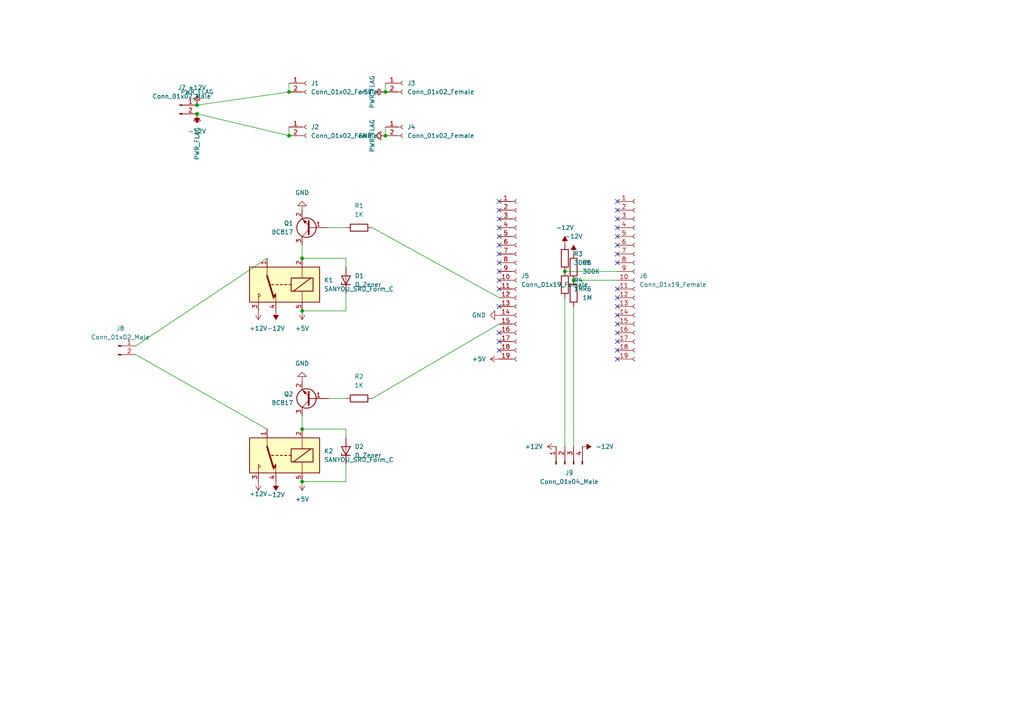
<source format=kicad_sch>
(kicad_sch (version 20211123) (generator eeschema)
  (paper "A4")
  (lib_symbols
    (symbol "Connector:Conn_01x02_Female" (pin_names (offset 1.016) hide)
      (property "Reference" "J" (at 0 2.54 0))
      (property "Value" "Conn_01x02_Female" (at 0 -5.08 0))
      (symbol "Conn_01x02_Female_1_1"
        (arc (start 0 -2.032) (mid -0.508 -2.54) (end 0 -3.048) (stroke (width 0.1524)))
        (polyline (pts (xy -1.27 -2.54) (xy -0.508 -2.54)) (stroke (width 0.1524)))
        (polyline (pts (xy -1.27 0) (xy -0.508 0)) (stroke (width 0.1524)))
        (arc (start 0 0.508) (mid -0.508 0) (end 0 -0.508) (stroke (width 0.1524)))
        (pin passive line (at -5.08 0 0) (length 3.81) (name "Pin_1") (number "1"))
        (pin passive line (at -5.08 -2.54 0) (length 3.81) (name "Pin_2") (number "2"))
      )
    )
    (symbol "Connector:Conn_01x02_Male" (pin_names (offset 1.016) hide)
      (property "Reference" "J" (at 0 2.54 0))
      (property "Value" "Conn_01x02_Male" (at 0 -5.08 0))
      (symbol "Conn_01x02_Male_1_1"
        (polyline (pts (xy 1.27 -2.54) (xy 0.8636 -2.54)) (stroke (width 0.1524)))
        (polyline (pts (xy 1.27 0) (xy 0.8636 0)) (stroke (width 0.1524)))
        (rectangle (start 0.8636 -2.413) (end 0 -2.667) (stroke (width 0.1524)) (fill (type outline)))
        (rectangle (start 0.8636 0.127) (end 0 -0.127) (stroke (width 0.1524)) (fill (type outline)))
        (pin passive line (at 5.08 0 180) (length 3.81) (name "Pin_1") (number "1"))
        (pin passive line (at 5.08 -2.54 180) (length 3.81) (name "Pin_2") (number "2"))
      )
    )
    (symbol "Connector:Conn_01x04_Male" (pin_names (offset 1.016) hide)
      (property "Reference" "J" (at 0 5.08 0))
      (property "Value" "Conn_01x04_Male" (at 0 -7.62 0))
      (symbol "Conn_01x04_Male_1_1"
        (polyline (pts (xy 1.27 -5.08) (xy 0.8636 -5.08)) (stroke (width 0.1524)))
        (polyline (pts (xy 1.27 -2.54) (xy 0.8636 -2.54)) (stroke (width 0.1524)))
        (polyline (pts (xy 1.27 0) (xy 0.8636 0)) (stroke (width 0.1524)))
        (polyline (pts (xy 1.27 2.54) (xy 0.8636 2.54)) (stroke (width 0.1524)))
        (rectangle (start 0.8636 -4.953) (end 0 -5.207) (stroke (width 0.1524)) (fill (type outline)))
        (rectangle (start 0.8636 -2.413) (end 0 -2.667) (stroke (width 0.1524)) (fill (type outline)))
        (rectangle (start 0.8636 0.127) (end 0 -0.127) (stroke (width 0.1524)) (fill (type outline)))
        (rectangle (start 0.8636 2.667) (end 0 2.413) (stroke (width 0.1524)) (fill (type outline)))
        (pin passive line (at 5.08 2.54 180) (length 3.81) (name "Pin_1") (number "1"))
        (pin passive line (at 5.08 0 180) (length 3.81) (name "Pin_2") (number "2"))
        (pin passive line (at 5.08 -2.54 180) (length 3.81) (name "Pin_3") (number "3"))
        (pin passive line (at 5.08 -5.08 180) (length 3.81) (name "Pin_4") (number "4"))
      )
    )
    (symbol "Connector:Conn_01x19_Female" (pin_names (offset 1.016) hide)
      (property "Reference" "J" (at 0 25.4 0))
      (property "Value" "Conn_01x19_Female" (at 0 -25.4 0))
      (symbol "Conn_01x19_Female_1_1"
        (arc (start 0 -22.352) (mid -0.508 -22.86) (end 0 -23.368) (stroke (width 0.1524)))
        (arc (start 0 -19.812) (mid -0.508 -20.32) (end 0 -20.828) (stroke (width 0.1524)))
        (arc (start 0 -17.272) (mid -0.508 -17.78) (end 0 -18.288) (stroke (width 0.1524)))
        (arc (start 0 -14.732) (mid -0.508 -15.24) (end 0 -15.748) (stroke (width 0.1524)))
        (arc (start 0 -12.192) (mid -0.508 -12.7) (end 0 -13.208) (stroke (width 0.1524)))
        (arc (start 0 -9.652) (mid -0.508 -10.16) (end 0 -10.668) (stroke (width 0.1524)))
        (arc (start 0 -7.112) (mid -0.508 -7.62) (end 0 -8.128) (stroke (width 0.1524)))
        (arc (start 0 -4.572) (mid -0.508 -5.08) (end 0 -5.588) (stroke (width 0.1524)))
        (arc (start 0 -2.032) (mid -0.508 -2.54) (end 0 -3.048) (stroke (width 0.1524)))
        (polyline (pts (xy -1.27 -22.86) (xy -0.508 -22.86)) (stroke (width 0.1524)))
        (polyline (pts (xy -1.27 -20.32) (xy -0.508 -20.32)) (stroke (width 0.1524)))
        (polyline (pts (xy -1.27 -17.78) (xy -0.508 -17.78)) (stroke (width 0.1524)))
        (polyline (pts (xy -1.27 -15.24) (xy -0.508 -15.24)) (stroke (width 0.1524)))
        (polyline (pts (xy -1.27 -12.7) (xy -0.508 -12.7)) (stroke (width 0.1524)))
        (polyline (pts (xy -1.27 -10.16) (xy -0.508 -10.16)) (stroke (width 0.1524)))
        (polyline (pts (xy -1.27 -7.62) (xy -0.508 -7.62)) (stroke (width 0.1524)))
        (polyline (pts (xy -1.27 -5.08) (xy -0.508 -5.08)) (stroke (width 0.1524)))
        (polyline (pts (xy -1.27 -2.54) (xy -0.508 -2.54)) (stroke (width 0.1524)))
        (polyline (pts (xy -1.27 0) (xy -0.508 0)) (stroke (width 0.1524)))
        (polyline (pts (xy -1.27 2.54) (xy -0.508 2.54)) (stroke (width 0.1524)))
        (polyline (pts (xy -1.27 5.08) (xy -0.508 5.08)) (stroke (width 0.1524)))
        (polyline (pts (xy -1.27 7.62) (xy -0.508 7.62)) (stroke (width 0.1524)))
        (polyline (pts (xy -1.27 10.16) (xy -0.508 10.16)) (stroke (width 0.1524)))
        (polyline (pts (xy -1.27 12.7) (xy -0.508 12.7)) (stroke (width 0.1524)))
        (polyline (pts (xy -1.27 15.24) (xy -0.508 15.24)) (stroke (width 0.1524)))
        (polyline (pts (xy -1.27 17.78) (xy -0.508 17.78)) (stroke (width 0.1524)))
        (polyline (pts (xy -1.27 20.32) (xy -0.508 20.32)) (stroke (width 0.1524)))
        (polyline (pts (xy -1.27 22.86) (xy -0.508 22.86)) (stroke (width 0.1524)))
        (arc (start 0 0.508) (mid -0.508 0) (end 0 -0.508) (stroke (width 0.1524)))
        (arc (start 0 3.048) (mid -0.508 2.54) (end 0 2.032) (stroke (width 0.1524)))
        (arc (start 0 5.588) (mid -0.508 5.08) (end 0 4.572) (stroke (width 0.1524)))
        (arc (start 0 8.128) (mid -0.508 7.62) (end 0 7.112) (stroke (width 0.1524)))
        (arc (start 0 10.668) (mid -0.508 10.16) (end 0 9.652) (stroke (width 0.1524)))
        (arc (start 0 13.208) (mid -0.508 12.7) (end 0 12.192) (stroke (width 0.1524)))
        (arc (start 0 15.748) (mid -0.508 15.24) (end 0 14.732) (stroke (width 0.1524)))
        (arc (start 0 18.288) (mid -0.508 17.78) (end 0 17.272) (stroke (width 0.1524)))
        (arc (start 0 20.828) (mid -0.508 20.32) (end 0 19.812) (stroke (width 0.1524)))
        (arc (start 0 23.368) (mid -0.508 22.86) (end 0 22.352) (stroke (width 0.1524)))
        (pin passive line (at -5.08 22.86 0) (length 3.81) (name "Pin_1") (number "1"))
        (pin passive line (at -5.08 0 0) (length 3.81) (name "Pin_10") (number "10"))
        (pin passive line (at -5.08 -2.54 0) (length 3.81) (name "Pin_11") (number "11"))
        (pin passive line (at -5.08 -5.08 0) (length 3.81) (name "Pin_12") (number "12"))
        (pin passive line (at -5.08 -7.62 0) (length 3.81) (name "Pin_13") (number "13"))
        (pin passive line (at -5.08 -10.16 0) (length 3.81) (name "Pin_14") (number "14"))
        (pin passive line (at -5.08 -12.7 0) (length 3.81) (name "Pin_15") (number "15"))
        (pin passive line (at -5.08 -15.24 0) (length 3.81) (name "Pin_16") (number "16"))
        (pin passive line (at -5.08 -17.78 0) (length 3.81) (name "Pin_17") (number "17"))
        (pin passive line (at -5.08 -20.32 0) (length 3.81) (name "Pin_18") (number "18"))
        (pin passive line (at -5.08 -22.86 0) (length 3.81) (name "Pin_19") (number "19"))
        (pin passive line (at -5.08 20.32 0) (length 3.81) (name "Pin_2") (number "2"))
        (pin passive line (at -5.08 17.78 0) (length 3.81) (name "Pin_3") (number "3"))
        (pin passive line (at -5.08 15.24 0) (length 3.81) (name "Pin_4") (number "4"))
        (pin passive line (at -5.08 12.7 0) (length 3.81) (name "Pin_5") (number "5"))
        (pin passive line (at -5.08 10.16 0) (length 3.81) (name "Pin_6") (number "6"))
        (pin passive line (at -5.08 7.62 0) (length 3.81) (name "Pin_7") (number "7"))
        (pin passive line (at -5.08 5.08 0) (length 3.81) (name "Pin_8") (number "8"))
        (pin passive line (at -5.08 2.54 0) (length 3.81) (name "Pin_9") (number "9"))
      )
    )
    (symbol "Device:D_Zener" (pin_numbers hide) (pin_names (offset 1.016) hide)
      (property "Reference" "D" (at 0 2.54 0))
      (property "Value" "D_Zener" (at 0 -2.54 0))
      (symbol "D_Zener_0_1"
        (polyline (pts (xy 1.27 0) (xy -1.27 0)))
        (polyline (pts (xy -1.27 -1.27) (xy -1.27 1.27) (xy -0.762 1.27)) (stroke (width 0.254)))
        (polyline (pts (xy 1.27 -1.27) (xy 1.27 1.27) (xy -1.27 0) (xy 1.27 -1.27)) (stroke (width 0.254)))
      )
      (symbol "D_Zener_1_1"
        (pin passive line (at -3.81 0 0) (length 2.54) (name "K") (number "1"))
        (pin passive line (at 3.81 0 180) (length 2.54) (name "A") (number "2"))
      )
    )
    (symbol "Device:R" (pin_numbers hide) (pin_names (offset 0))
      (property "Reference" "R" (at 2.032 0 90))
      (property "Value" "R" (at 0 0 90))
      (symbol "R_0_1"
        (rectangle (start -1.016 -2.54) (end 1.016 2.54) (stroke (width 0.254)))
      )
      (symbol "R_1_1"
        (pin passive line (at 0 3.81 270) (length 1.27) (name "~") (number "1"))
        (pin passive line (at 0 -3.81 90) (length 1.27) (name "~") (number "2"))
      )
    )
    (symbol "Relay:SANYOU_SRD_Form_C"
      (property "Reference" "K" (at 11.43 3.81 0))
      (property "Value" "SANYOU_SRD_Form_C" (at 11.43 1.27 0))
      (symbol "SANYOU_SRD_Form_C_0_0"
        (polyline (pts (xy 7.62 5.08) (xy 7.62 2.54) (xy 6.985 3.175) (xy 7.62 3.81)))
      )
      (symbol "SANYOU_SRD_Form_C_0_1"
        (rectangle (start -10.16 5.08) (end 10.16 -5.08) (stroke (width 0.254)) (fill (type background)))
        (rectangle (start -8.255 1.905) (end -1.905 -1.905) (stroke (width 0.254)))
        (polyline (pts (xy -7.62 -1.905) (xy -2.54 1.905)) (stroke (width 0.254)))
        (polyline (pts (xy -5.08 -5.08) (xy -5.08 -1.905)))
        (polyline (pts (xy -5.08 5.08) (xy -5.08 1.905)))
        (polyline (pts (xy -1.905 0) (xy -1.27 0)) (stroke (width 0.254)))
        (polyline (pts (xy -0.635 0) (xy 0 0)) (stroke (width 0.254)))
        (polyline (pts (xy 0.635 0) (xy 1.27 0)) (stroke (width 0.254)))
        (polyline (pts (xy 1.905 0) (xy 2.54 0)) (stroke (width 0.254)))
        (polyline (pts (xy 3.175 0) (xy 3.81 0)) (stroke (width 0.254)))
        (polyline (pts (xy 5.08 -2.54) (xy 3.175 3.81)) (stroke (width 0.508)))
        (polyline (pts (xy 5.08 -2.54) (xy 5.08 -5.08)))
      )
      (symbol "SANYOU_SRD_Form_C_1_1"
        (polyline (pts (xy 2.54 3.81) (xy 3.175 3.175) (xy 2.54 2.54) (xy 2.54 5.08)) (fill (type outline)))
        (pin passive line (at 5.08 -7.62 90) (length 2.54) (name "~") (number "1"))
        (pin passive line (at -5.08 -7.62 90) (length 2.54) (name "~") (number "2"))
        (pin passive line (at 7.62 7.62 270) (length 2.54) (name "~") (number "3"))
        (pin passive line (at 2.54 7.62 270) (length 2.54) (name "~") (number "4"))
        (pin passive line (at -5.08 7.62 270) (length 2.54) (name "~") (number "5"))
      )
    )
    (symbol "Transistor_BJT:BC817" (pin_names (offset 0) hide)
      (property "Reference" "Q" (at 5.08 1.905 0))
      (property "Value" "BC817" (at 5.08 0 0))
      (symbol "BC817_0_1"
        (polyline (pts (xy 0.635 0.635) (xy 2.54 2.54)))
        (polyline (pts (xy 0.635 -0.635) (xy 2.54 -2.54) (xy 2.54 -2.54)))
        (polyline (pts (xy 0.635 1.905) (xy 0.635 -1.905) (xy 0.635 -1.905)) (stroke (width 0.508)))
        (polyline (pts (xy 1.27 -1.778) (xy 1.778 -1.27) (xy 2.286 -2.286) (xy 1.27 -1.778) (xy 1.27 -1.778)) (fill (type outline)))
        (circle (center 1.27 0) (radius 2.8194) (stroke (width 0.254)))
      )
      (symbol "BC817_1_1"
        (pin input line (at -5.08 0 0) (length 5.715) (name "B") (number "1"))
        (pin passive line (at 2.54 -5.08 90) (length 2.54) (name "E") (number "2"))
        (pin passive line (at 2.54 5.08 270) (length 2.54) (name "C") (number "3"))
      )
    )
    (symbol "power:+12V" (power) (pin_names (offset 0))
      (property "Value" "+12V" (at 0 3.556 0))
      (symbol "+12V_0_1"
        (polyline (pts (xy -0.762 1.27) (xy 0 2.54)))
        (polyline (pts (xy 0 0) (xy 0 2.54)))
        (polyline (pts (xy 0 2.54) (xy 0.762 1.27)))
      )
      (symbol "+12V_1_1"
        (pin power_in line (at 0 0 90) (length 0) hide (name "+12V") (number "1"))
      )
    )
    (symbol "power:+5V" (power) (pin_names (offset 0))
      (property "Value" "+5V" (at 0 3.556 0))
      (symbol "+5V_0_1"
        (polyline (pts (xy -0.762 1.27) (xy 0 2.54)))
        (polyline (pts (xy 0 0) (xy 0 2.54)))
        (polyline (pts (xy 0 2.54) (xy 0.762 1.27)))
      )
      (symbol "+5V_1_1"
        (pin power_in line (at 0 0 90) (length 0) hide (name "+5V") (number "1"))
      )
    )
    (symbol "power:-12V" (power) (pin_names (offset 0))
      (property "Value" "-12V" (at 0 3.81 0))
      (symbol "-12V_0_0"
        (pin power_in line (at 0 0 90) (length 0) hide (name "-12V") (number "1"))
      )
      (symbol "-12V_0_1"
        (polyline (pts (xy 0 0) (xy 0 1.27) (xy 0.762 1.27) (xy 0 2.54) (xy -0.762 1.27) (xy 0 1.27)) (fill (type outline)))
      )
    )
    (symbol "power:GND" (power) (pin_names (offset 0))
      (property "Value" "GND" (at 0 -3.81 0))
      (symbol "GND_0_1"
        (polyline (pts (xy 0 0) (xy 0 -1.27) (xy 1.27 -1.27) (xy 0 -2.54) (xy -1.27 -1.27) (xy 0 -1.27)))
      )
      (symbol "GND_1_1"
        (pin power_in line (at 0 0 270) (length 0) hide (name "GND") (number "1"))
      )
    )
    (symbol "power:PWR_FLAG" (power) (pin_numbers hide) (pin_names (offset 0) hide)
      (property "Value" "PWR_FLAG" (at 0 3.81 0))
      (symbol "PWR_FLAG_0_0"
        (pin power_out line (at 0 0 90) (length 0) (name "pwr") (number "1"))
      )
      (symbol "PWR_FLAG_0_1"
        (polyline (pts (xy 0 0) (xy 0 1.27) (xy -1.016 1.905) (xy 0 2.54) (xy 1.016 1.905) (xy 0 1.27)))
      )
    )
  )
  (junction (at 83.82 26.67))
  (junction (at 87.63 74.93))
  (junction (at 57.15 30.48))
  (junction (at 57.15 33.02))
  (junction (at 83.82 39.37))
  (junction (at 111.76 39.37))
  (junction (at 111.76 26.67))
  (junction (at 87.63 124.46))
  (junction (at 163.83 78.74))
  (junction (at 87.63 90.17))
  (junction (at 87.63 139.7))
  (junction (at 166.37 81.28))
  (no_connect (at 179.07 99.06))
  (no_connect (at 144.78 96.52))
  (no_connect (at 144.78 63.5))
  (no_connect (at 179.07 76.2))
  (no_connect (at 179.07 88.9))
  (no_connect (at 144.78 81.28))
  (no_connect (at 144.78 73.66))
  (no_connect (at 179.07 63.5))
  (no_connect (at 144.78 60.96))
  (no_connect (at 179.07 104.14))
  (no_connect (at 144.78 68.58))
  (no_connect (at 179.07 93.98))
  (no_connect (at 179.07 101.6))
  (no_connect (at 179.07 73.66))
  (no_connect (at 179.07 91.44))
  (no_connect (at 179.07 96.52))
  (no_connect (at 144.78 71.12))
  (no_connect (at 179.07 66.04))
  (no_connect (at 144.78 78.74))
  (no_connect (at 144.78 99.06))
  (no_connect (at 179.07 58.42))
  (no_connect (at 144.78 101.6))
  (no_connect (at 179.07 86.36))
  (no_connect (at 179.07 68.58))
  (no_connect (at 144.78 58.42))
  (no_connect (at 144.78 76.2))
  (no_connect (at 179.07 83.82))
  (no_connect (at 144.78 66.04))
  (no_connect (at 144.78 83.82))
  (no_connect (at 144.78 88.9))
  (no_connect (at 179.07 60.96))
  (no_connect (at 179.07 71.12))
  (wire (pts (xy 83.82 36.83) (xy 83.82 39.37)))
  (wire (pts (xy 77.47 74.93) (xy 39.37 100.33)))
  (wire (pts (xy 87.63 124.46) (xy 100.33 124.46)))
  (wire (pts (xy 111.76 36.83) (xy 111.76 39.37)))
  (wire (pts (xy 100.33 66.04) (xy 95.25 66.04)))
  (wire (pts (xy 57.15 30.48) (xy 83.82 26.67)))
  (wire (pts (xy 107.95 66.04) (xy 144.78 86.36)))
  (wire (pts (xy 83.82 24.13) (xy 83.82 26.67)))
  (wire (pts (xy 100.33 90.17) (xy 87.63 90.17)))
  (wire (pts (xy 87.63 74.93) (xy 87.63 71.12)))
  (wire (pts (xy 100.33 85.09) (xy 100.33 90.17)))
  (wire (pts (xy 87.63 124.46) (xy 87.63 120.65)))
  (wire (pts (xy 100.33 139.7) (xy 87.63 139.7)))
  (wire (pts (xy 179.07 78.74) (xy 163.83 78.74)))
  (wire (pts (xy 163.83 129.54) (xy 163.83 86.36)))
  (wire (pts (xy 166.37 129.54) (xy 166.37 88.9)))
  (wire (pts (xy 107.95 115.57) (xy 144.78 93.98)))
  (wire (pts (xy 57.15 33.02) (xy 83.82 39.37)))
  (wire (pts (xy 100.33 115.57) (xy 95.25 115.57)))
  (wire (pts (xy 77.47 124.46) (xy 39.37 102.87)))
  (wire (pts (xy 87.63 74.93) (xy 100.33 74.93)))
  (wire (pts (xy 100.33 134.62) (xy 100.33 139.7)))
  (wire (pts (xy 111.76 24.13) (xy 111.76 26.67)))
  (wire (pts (xy 100.33 74.93) (xy 100.33 77.47)))
  (wire (pts (xy 100.33 124.46) (xy 100.33 127)))
  (wire (pts (xy 166.37 81.28) (xy 179.07 81.28)))
  (symbol (lib_id "power:GND") (at 87.63 60.96 180) (unit 1)
    (property "Reference" "#PWR012" (effects hide))
    (property "Value" "GND" (at 87.63 55.88 0))
  )
  (symbol (lib_id "power:-12V") (at 168.91 129.54 270) (unit 1)
    (property "Reference" "#PWR019" (effects hide))
    (property "Value" "-12V" (at 172.72 129.5399 90) (effects (justify left)))
  )
  (symbol (lib_id "Device:R") (at 163.83 82.55 0) (unit 1)
    (property "Reference" "R4" (at 166.37 81.2799 0) (effects (justify left)))
    (property "Value" "1M" (at 166.37 83.8199 0) (effects (justify left)))
    (property "Footprint" "Resistor_SMD:R_1206_3216Metric" (effects hide))
  )
  (symbol (lib_id "Transistor_BJT:BC817") (at 90.17 115.57 180) (unit 1)
    (property "Reference" "Q2" (at 85.09 114.2999 0) (effects (justify left)))
    (property "Value" "BC817" (at 85.09 116.8399 0) (effects (justify left)))
    (property "Footprint" "Package_TO_SOT_SMD:SOT-23" (effects hide))
    (property "Datasheet" "https://www.onsemi.com/pub/Collateral/BC818-D.pdf" (effects hide))
  )
  (symbol (lib_id "Connector:Conn_01x04_Male") (at 163.83 134.62 90) (unit 1)
    (property "Reference" "J9" (at 165.1 137.16 90))
    (property "Value" "Conn_01x04_Male" (at 165.1 139.7 90))
    (property "Footprint" "TerminalBlock:TerminalBlock_bornier-4_P5.08mm" (effects hide))
  )
  (symbol (lib_id "Connector:Conn_01x19_Female") (at 184.15 81.28 0) (unit 1)
    (property "Reference" "J6" (at 185.42 80.0099 0) (effects (justify left)))
    (property "Value" "Conn_01x19_Female" (at 185.42 82.5499 0) (effects (justify left)))
    (property "Footprint" "Connector_PinHeader_2.54mm:PinHeader_1x19_P2.54mm_Vertical" (effects hide))
  )
  (symbol (lib_id "power:+5V") (at 87.63 139.7 180) (unit 1)
    (property "Reference" "#PWR015" (effects hide))
    (property "Value" "+5V" (at 87.63 144.78 0))
  )
  (symbol (lib_id "Relay:SANYOU_SRD_Form_C") (at 82.55 132.08 180) (unit 1)
    (property "Reference" "K2" (at 93.98 130.8099 0) (effects (justify right)))
    (property "Value" "SANYOU_SRD_Form_C" (at 93.98 133.3499 0) (effects (justify right)))
    (property "Footprint" "Relay_THT:Relay_SPDT_SANYOU_SRD_Series_Form_C" (effects hide))
    (property "Datasheet" "http://www.sanyourelay.ca/public/products/pdf/SRD.pdf" (effects hide))
  )
  (symbol (lib_id "Device:D_Zener") (at 100.33 81.28 90) (unit 1)
    (property "Reference" "D1" (at 102.87 80.0099 90) (effects (justify right)))
    (property "Value" "D_Zener" (at 102.87 82.5499 90) (effects (justify right)))
    (property "Footprint" "Diode_SMD:D_SMB" (effects hide))
  )
  (symbol (lib_id "Connector:Conn_01x02_Female") (at 88.9 24.13 0) (unit 1)
    (property "Reference" "J1" (at 90.17 24.1299 0) (effects (justify left)))
    (property "Value" "Conn_01x02_Female" (at 90.17 26.6699 0) (effects (justify left)))
    (property "Footprint" "Connector_PinHeader_2.54mm:PinHeader_1x02_P2.54mm_Vertical" (effects hide))
  )
  (symbol (lib_id "Relay:SANYOU_SRD_Form_C") (at 82.55 82.55 180) (unit 1)
    (property "Reference" "K1" (at 93.98 81.2799 0) (effects (justify right)))
    (property "Value" "SANYOU_SRD_Form_C" (at 93.98 83.8199 0) (effects (justify right)))
    (property "Footprint" "Relay_THT:Relay_SPDT_SANYOU_SRD_Series_Form_C" (effects hide))
    (property "Datasheet" "http://www.sanyourelay.ca/public/products/pdf/SRD.pdf" (effects hide))
  )
  (symbol (lib_id "power:+12V") (at 161.29 129.54 90) (unit 1)
    (property "Reference" "#PWR016" (effects hide))
    (property "Value" "+12V" (at 157.48 129.5399 90) (effects (justify left)))
  )
  (symbol (lib_id "power:PWR_FLAG") (at 57.15 30.48 0) (unit 1)
    (property "Reference" "#FLG01" (effects hide))
    (property "Value" "PWR_FLAG" (at 57.15 26.67 0))
  )
  (symbol (lib_id "Device:R") (at 104.14 66.04 90) (unit 1)
    (property "Reference" "R1" (at 104.14 59.69 90))
    (property "Value" "1K" (at 104.14 62.23 90))
    (property "Footprint" "Resistor_SMD:R_1206_3216Metric" (effects hide))
  )
  (symbol (lib_id "power:-12V") (at 80.01 139.7 180) (unit 1)
    (property "Reference" "#PWR011" (effects hide))
    (property "Value" "-12V" (at 80.01 143.51 0))
  )
  (symbol (lib_id "Connector:Conn_01x02_Female") (at 88.9 36.83 0) (unit 1)
    (property "Reference" "J2" (at 90.17 36.8299 0) (effects (justify left)))
    (property "Value" "Conn_01x02_Female" (at 90.17 39.3699 0) (effects (justify left)))
    (property "Footprint" "Connector_PinHeader_2.54mm:PinHeader_1x02_P2.54mm_Vertical" (effects hide))
  )
  (symbol (lib_id "Connector:Conn_01x02_Female") (at 116.84 24.13 0) (unit 1)
    (property "Reference" "J3" (at 118.11 24.1299 0) (effects (justify left)))
    (property "Value" "Conn_01x02_Female" (at 118.11 26.6699 0) (effects (justify left)))
    (property "Footprint" "Connector_PinHeader_2.54mm:PinHeader_1x02_P2.54mm_Vertical" (effects hide))
  )
  (symbol (lib_id "power:+12V") (at 74.93 90.17 180) (unit 1)
    (property "Reference" "#PWR08" (effects hide))
    (property "Value" "+12V" (at 74.93 95.25 0))
  )
  (symbol (lib_id "power:+12V") (at 74.93 139.7 180) (unit 1)
    (property "Reference" "#PWR09" (effects hide))
    (property "Value" "+12V" (at 74.93 143.256 0))
  )
  (symbol (lib_id "Transistor_BJT:BC817") (at 90.17 66.04 180) (unit 1)
    (property "Reference" "Q1" (at 85.09 64.7699 0) (effects (justify left)))
    (property "Value" "BC817" (at 85.09 67.3099 0) (effects (justify left)))
    (property "Footprint" "Package_TO_SOT_SMD:SOT-23" (effects hide))
    (property "Datasheet" "https://www.onsemi.com/pub/Collateral/BC818-D.pdf" (effects hide))
  )
  (symbol (lib_id "Connector:Conn_01x02_Female") (at 116.84 36.83 0) (unit 1)
    (property "Reference" "J4" (at 118.11 36.8299 0) (effects (justify left)))
    (property "Value" "Conn_01x02_Female" (at 118.11 39.3699 0) (effects (justify left)))
    (property "Footprint" "Connector_PinHeader_2.54mm:PinHeader_1x02_P2.54mm_Vertical" (effects hide))
  )
  (symbol (lib_id "Connector:Conn_01x02_Male") (at 52.07 30.48 0) (unit 1)
    (property "Reference" "J7" (at 52.705 25.4 0))
    (property "Value" "Conn_01x02_Male" (at 52.705 27.94 0))
    (property "Footprint" "TerminalBlock:TerminalBlock_bornier-2_P5.08mm" (effects hide))
  )
  (symbol (lib_id "power:-12V") (at 166.37 73.66 0) (unit 1)
    (property "Reference" "#PWR018" (effects hide))
    (property "Value" "-12V" (at 166.37 68.58 0))
  )
  (symbol (lib_id "power:-12V") (at 57.15 33.02 180) (unit 1)
    (property "Reference" "#PWR02" (effects hide))
    (property "Value" "-12V" (at 57.15 38.1 0))
  )
  (symbol (lib_id "power:+5V") (at 87.63 90.17 180) (unit 1)
    (property "Reference" "#PWR013" (effects hide))
    (property "Value" "+5V" (at 87.63 95.25 0))
  )
  (symbol (lib_id "Connector:Conn_01x02_Male") (at 34.29 100.33 0) (unit 1)
    (property "Reference" "J8" (at 34.925 95.25 0))
    (property "Value" "Conn_01x02_Male" (at 34.925 97.79 0))
    (property "Footprint" "TerminalBlock:TerminalBlock_bornier-2_P5.08mm" (effects hide))
  )
  (symbol (lib_id "Device:D_Zener") (at 100.33 130.81 90) (unit 1)
    (property "Reference" "D2" (at 102.87 129.5399 90) (effects (justify right)))
    (property "Value" "D_Zener" (at 102.87 132.0799 90) (effects (justify right)))
    (property "Footprint" "Diode_SMD:D_SMB" (effects hide))
  )
  (symbol (lib_id "power:GND") (at 87.63 110.49 180) (unit 1)
    (property "Reference" "#PWR014" (effects hide))
    (property "Value" "GND" (at 87.63 105.41 0))
  )
  (symbol (lib_id "Device:R") (at 166.37 85.09 0) (unit 1)
    (property "Reference" "R6" (at 168.91 83.8199 0) (effects (justify left)))
    (property "Value" "1M" (at 168.91 86.3599 0) (effects (justify left)))
    (property "Footprint" "Resistor_SMD:R_1206_3216Metric" (effects hide))
  )
  (symbol (lib_id "power:-12V") (at 80.01 90.17 180) (unit 1)
    (property "Reference" "#PWR010" (effects hide))
    (property "Value" "-12V" (at 80.01 95.25 0))
  )
  (symbol (lib_id "Device:R") (at 166.37 77.47 0) (unit 1)
    (property "Reference" "R5" (at 168.91 76.1999 0) (effects (justify left)))
    (property "Value" "300K" (at 168.91 78.7399 0) (effects (justify left)))
    (property "Footprint" "Resistor_SMD:R_1206_3216Metric" (effects hide))
  )
  (symbol (lib_id "power:PWR_FLAG") (at 111.76 39.37 90) (unit 1)
    (property "Reference" "#FLG04" (effects hide))
    (property "Value" "PWR_FLAG" (at 107.95 39.37 0))
  )
  (symbol (lib_id "power:PWR_FLAG") (at 57.15 33.02 180) (unit 1)
    (property "Reference" "#FLG02" (effects hide))
    (property "Value" "PWR_FLAG" (at 57.1499 36.83 90) (effects (justify left)))
  )
  (symbol (lib_id "power:+5V") (at 144.78 104.14 90) (unit 1)
    (property "Reference" "#PWR07" (effects hide))
    (property "Value" "+5V" (at 140.97 104.1399 90) (effects (justify left)))
  )
  (symbol (lib_id "Device:R") (at 104.14 115.57 90) (unit 1)
    (property "Reference" "R2" (at 104.14 109.22 90))
    (property "Value" "1K" (at 104.14 111.76 90))
    (property "Footprint" "Resistor_SMD:R_1206_3216Metric" (effects hide))
  )
  (symbol (lib_id "Connector:Conn_01x19_Female") (at 149.86 81.28 0) (unit 1)
    (property "Reference" "J5" (at 151.13 80.0099 0) (effects (justify left)))
    (property "Value" "Conn_01x19_Female" (at 151.13 82.5499 0) (effects (justify left)))
    (property "Footprint" "Connector_PinHeader_2.54mm:PinHeader_1x19_P2.54mm_Vertical" (effects hide))
  )
  (symbol (lib_id "power:GND") (at 111.76 39.37 270) (unit 1)
    (property "Reference" "#PWR04" (effects hide))
    (property "Value" "GND" (at 107.95 39.3699 90) (effects (justify right)))
  )
  (symbol (lib_id "power:+5V") (at 111.76 26.67 90) (unit 1)
    (property "Reference" "#PWR03" (effects hide))
    (property "Value" "+5V" (at 107.95 26.6699 90) (effects (justify left)))
  )
  (symbol (lib_id "power:+12V") (at 57.15 30.48 0) (unit 1)
    (property "Reference" "#PWR01" (effects hide))
    (property "Value" "+12V" (at 57.15 25.4 0))
  )
  (symbol (lib_id "power:GND") (at 144.78 91.44 270) (unit 1)
    (property "Reference" "#PWR06" (effects hide))
    (property "Value" "GND" (at 140.97 91.4399 90) (effects (justify right)))
  )
  (symbol (lib_id "power:-12V") (at 163.83 71.12 0) (unit 1)
    (property "Reference" "#PWR017" (effects hide))
    (property "Value" "-12V" (at 163.83 66.04 0))
  )
  (symbol (lib_id "Device:R") (at 163.83 74.93 0) (unit 1)
    (property "Reference" "R3" (at 166.37 73.6599 0) (effects (justify left)))
    (property "Value" "300K" (at 166.37 76.1999 0) (effects (justify left)))
    (property "Footprint" "Resistor_SMD:R_1206_3216Metric" (effects hide))
  )
  (symbol (lib_id "power:PWR_FLAG") (at 111.76 26.67 90) (unit 1)
    (property "Reference" "#FLG03" (effects hide))
    (property "Value" "PWR_FLAG" (at 107.95 26.67 0))
  )
)
</source>
